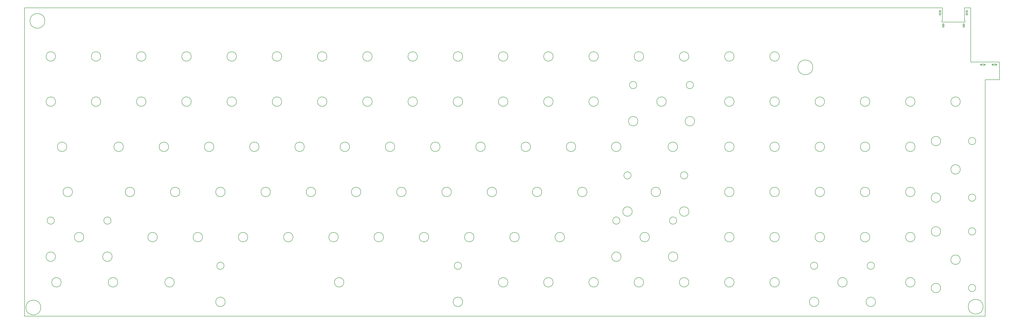
<source format=gm1>
G04*
G04 #@! TF.GenerationSoftware,Altium Limited,Altium Designer,18.1.7 (191)*
G04*
G04 Layer_Color=16711935*
%FSLAX25Y25*%
%MOIN*%
G70*
G01*
G75*
%ADD10C,0.00500*%
G36*
X1595626Y416511D02*
D01*
D02*
G37*
D10*
X1558246Y480592D02*
G03*
X1558246Y480592I-1181J0D01*
G01*
Y484592D02*
G03*
X1558246Y484592I-1181J0D01*
G01*
X1524230D02*
G03*
X1524230Y484592I-1181J0D01*
G01*
Y480592D02*
G03*
X1524230Y480592I-1181J0D01*
G01*
X1563482Y506692D02*
G03*
X1563482Y506692I-1181J0D01*
G01*
Y500792D02*
G03*
X1563482Y500792I-1181J0D01*
G01*
X1518994D02*
G03*
X1518994Y500792I-1181J0D01*
G01*
Y506692D02*
G03*
X1518994Y506692I-1181J0D01*
G01*
X1521750Y490624D02*
G03*
X1521750Y488261I0J-1181D01*
G01*
X1558364D02*
G03*
X1558364Y490624I0J1181D01*
G01*
X1612020Y417617D02*
G03*
X1612020Y417617I-894J0D01*
G01*
X1604726Y418511D02*
G03*
X1604726Y416722I0J-894D01*
G01*
X1591926Y416717D02*
G03*
X1591926Y418505I0J894D01*
G01*
X1585526Y418511D02*
G03*
X1585526Y416722I0J-894D01*
G01*
X1586420Y417617D02*
G03*
X1586420Y417617I-894J0D01*
G01*
X1592820D02*
G03*
X1592820Y417617I-894J0D01*
G01*
X1611126Y416722D02*
G03*
X1611126Y418511I0J894D01*
G01*
X1605620Y417617D02*
G03*
X1605620Y417617I-894J0D01*
G01*
X33603Y490300D02*
G03*
X33603Y490300I-12303J0D01*
G01*
X26903Y14300D02*
G03*
X26903Y14300I-12303J0D01*
G01*
X1589203Y15600D02*
G03*
X1589203Y15600I-12303J0D01*
G01*
X1306803Y413100D02*
G03*
X1306803Y413100I-12303J0D01*
G01*
X1110850Y323700D02*
G03*
X1110850Y323700I-7850J0D01*
G01*
X1109000Y383700D02*
G03*
X1109000Y383700I-6000J0D01*
G01*
X1016850Y323700D02*
G03*
X1016850Y323700I-7850J0D01*
G01*
X1015000Y383700D02*
G03*
X1015000Y383700I-6000J0D01*
G01*
X1063850Y356200D02*
G03*
X1063850Y356200I-7850J0D01*
G01*
X1363850Y56200D02*
G03*
X1363850Y56200I-7850J0D01*
G01*
X1315000Y83700D02*
G03*
X1315000Y83700I-6000J0D01*
G01*
X1316850Y23700D02*
G03*
X1316850Y23700I-7850J0D01*
G01*
X1409000Y83700D02*
G03*
X1409000Y83700I-6000J0D01*
G01*
X1410850Y23700D02*
G03*
X1410850Y23700I-7850J0D01*
G01*
X1083000Y98700D02*
G03*
X1083000Y98700I-7850J0D01*
G01*
X1081150Y158700D02*
G03*
X1081150Y158700I-6000J0D01*
G01*
X989000Y98700D02*
G03*
X989000Y98700I-7850J0D01*
G01*
X987150Y158700D02*
G03*
X987150Y158700I-6000J0D01*
G01*
X1036000Y131200D02*
G03*
X1036000Y131200I-7850J0D01*
G01*
X726326Y23700D02*
G03*
X726326Y23700I-7850J0D01*
G01*
X724475Y83700D02*
G03*
X724475Y83700I-6000J0D01*
G01*
X332625Y23700D02*
G03*
X332625Y23700I-7850J0D01*
G01*
X330775Y83700D02*
G03*
X330775Y83700I-6000J0D01*
G01*
X529475Y56200D02*
G03*
X529475Y56200I-7850J0D01*
G01*
X1518850Y196700D02*
G03*
X1518850Y196700I-7850J0D01*
G01*
X1577000D02*
G03*
X1577000Y196700I-6000J0D01*
G01*
X1518850Y290700D02*
G03*
X1518850Y290700I-7850J0D01*
G01*
X1577000D02*
G03*
X1577000Y290700I-6000J0D01*
G01*
X1551350Y243700D02*
G03*
X1551350Y243700I-7850J0D01*
G01*
X1518850Y46700D02*
G03*
X1518850Y46700I-7850J0D01*
G01*
X1577000D02*
G03*
X1577000Y46700I-6000J0D01*
G01*
X1518850Y140700D02*
G03*
X1518850Y140700I-7850J0D01*
G01*
X1577000D02*
G03*
X1577000Y140700I-6000J0D01*
G01*
X1551350Y93700D02*
G03*
X1551350Y93700I-7850J0D01*
G01*
X1101475Y173700D02*
G03*
X1101475Y173700I-7850J0D01*
G01*
X1007475D02*
G03*
X1007475Y173700I-7850J0D01*
G01*
X1099625Y233700D02*
G03*
X1099625Y233700I-6000J0D01*
G01*
X1005625D02*
G03*
X1005625Y233700I-6000J0D01*
G01*
X1054475Y206200D02*
G03*
X1054475Y206200I-7850J0D01*
G01*
X145264Y98700D02*
G03*
X145264Y98700I-7850J0D01*
G01*
X51264D02*
G03*
X51264Y98700I-7850J0D01*
G01*
X143414Y158700D02*
G03*
X143414Y158700I-6000J0D01*
G01*
X49414D02*
G03*
X49414Y158700I-6000J0D01*
G01*
X98264Y131200D02*
G03*
X98264Y131200I-7850J0D01*
G01*
X79475Y206200D02*
G03*
X79475Y206200I-7850J0D01*
G01*
X70100Y281200D02*
G03*
X70100Y281200I-7850J0D01*
G01*
X1082600D02*
G03*
X1082600Y281200I-7850J0D01*
G01*
X60763Y56200D02*
G03*
X60763Y56200I-7850J0D01*
G01*
X154513D02*
G03*
X154513Y56200I-7850J0D01*
G01*
X248263D02*
G03*
X248263Y56200I-7850J0D01*
G01*
X51350Y431200D02*
G03*
X51350Y431200I-7850J0D01*
G01*
X126350D02*
G03*
X126350Y431200I-7850J0D01*
G01*
X201350D02*
G03*
X201350Y431200I-7850J0D01*
G01*
X276350D02*
G03*
X276350Y431200I-7850J0D01*
G01*
X351350D02*
G03*
X351350Y431200I-7850J0D01*
G01*
X426350D02*
G03*
X426350Y431200I-7850J0D01*
G01*
X501350D02*
G03*
X501350Y431200I-7850J0D01*
G01*
X576350D02*
G03*
X576350Y431200I-7850J0D01*
G01*
X651350D02*
G03*
X651350Y431200I-7850J0D01*
G01*
X726350D02*
G03*
X726350Y431200I-7850J0D01*
G01*
X801350D02*
G03*
X801350Y431200I-7850J0D01*
G01*
X876350D02*
G03*
X876350Y431200I-7850J0D01*
G01*
X951350D02*
G03*
X951350Y431200I-7850J0D01*
G01*
X1026350D02*
G03*
X1026350Y431200I-7850J0D01*
G01*
X1101350D02*
G03*
X1101350Y431200I-7850J0D01*
G01*
X1176350D02*
G03*
X1176350Y431200I-7850J0D01*
G01*
X1251350D02*
G03*
X1251350Y431200I-7850J0D01*
G01*
X51350Y356200D02*
G03*
X51350Y356200I-7850J0D01*
G01*
X126350D02*
G03*
X126350Y356200I-7850J0D01*
G01*
X201350D02*
G03*
X201350Y356200I-7850J0D01*
G01*
X276350D02*
G03*
X276350Y356200I-7850J0D01*
G01*
X351350D02*
G03*
X351350Y356200I-7850J0D01*
G01*
X426350D02*
G03*
X426350Y356200I-7850J0D01*
G01*
X501350D02*
G03*
X501350Y356200I-7850J0D01*
G01*
X576350D02*
G03*
X576350Y356200I-7850J0D01*
G01*
X651350D02*
G03*
X651350Y356200I-7850J0D01*
G01*
X726350D02*
G03*
X726350Y356200I-7850J0D01*
G01*
X801350D02*
G03*
X801350Y356200I-7850J0D01*
G01*
X876350D02*
G03*
X876350Y356200I-7850J0D01*
G01*
X951350D02*
G03*
X951350Y356200I-7850J0D01*
G01*
X1176350D02*
G03*
X1176350Y356200I-7850J0D01*
G01*
X1251350D02*
G03*
X1251350Y356200I-7850J0D01*
G01*
X1326350D02*
G03*
X1326350Y356200I-7850J0D01*
G01*
X1401350D02*
G03*
X1401350Y356200I-7850J0D01*
G01*
X1476350D02*
G03*
X1476350Y356200I-7850J0D01*
G01*
X1551350D02*
G03*
X1551350Y356200I-7850J0D01*
G01*
X163850Y281200D02*
G03*
X163850Y281200I-7850J0D01*
G01*
X238850D02*
G03*
X238850Y281200I-7850J0D01*
G01*
X313850D02*
G03*
X313850Y281200I-7850J0D01*
G01*
X388850D02*
G03*
X388850Y281200I-7850J0D01*
G01*
X463850D02*
G03*
X463850Y281200I-7850J0D01*
G01*
X538850D02*
G03*
X538850Y281200I-7850J0D01*
G01*
X613850D02*
G03*
X613850Y281200I-7850J0D01*
G01*
X688850D02*
G03*
X688850Y281200I-7850J0D01*
G01*
X763850D02*
G03*
X763850Y281200I-7850J0D01*
G01*
X838850D02*
G03*
X838850Y281200I-7850J0D01*
G01*
X913850D02*
G03*
X913850Y281200I-7850J0D01*
G01*
X988850D02*
G03*
X988850Y281200I-7850J0D01*
G01*
X1176350D02*
G03*
X1176350Y281200I-7850J0D01*
G01*
X1251350D02*
G03*
X1251350Y281200I-7850J0D01*
G01*
X1326350D02*
G03*
X1326350Y281200I-7850J0D01*
G01*
X1401350D02*
G03*
X1401350Y281200I-7850J0D01*
G01*
X1476350D02*
G03*
X1476350Y281200I-7850J0D01*
G01*
X182600Y206200D02*
G03*
X182600Y206200I-7850J0D01*
G01*
X257600D02*
G03*
X257600Y206200I-7850J0D01*
G01*
X482600D02*
G03*
X482600Y206200I-7850J0D01*
G01*
X557600D02*
G03*
X557600Y206200I-7850J0D01*
G01*
X632600D02*
G03*
X632600Y206200I-7850J0D01*
G01*
X707600D02*
G03*
X707600Y206200I-7850J0D01*
G01*
X782600D02*
G03*
X782600Y206200I-7850J0D01*
G01*
X857600D02*
G03*
X857600Y206200I-7850J0D01*
G01*
X932600D02*
G03*
X932600Y206200I-7850J0D01*
G01*
X1176350D02*
G03*
X1176350Y206200I-7850J0D01*
G01*
X1251350D02*
G03*
X1251350Y206200I-7850J0D01*
G01*
X1326350D02*
G03*
X1326350Y206200I-7850J0D01*
G01*
X1401350D02*
G03*
X1401350Y206200I-7850J0D01*
G01*
X1476350D02*
G03*
X1476350Y206200I-7850J0D01*
G01*
X332600D02*
G03*
X332600Y206200I-7850J0D01*
G01*
X407600D02*
G03*
X407600Y206200I-7850J0D01*
G01*
X220150Y131200D02*
G03*
X220150Y131200I-7850J0D01*
G01*
X295150D02*
G03*
X295150Y131200I-7850J0D01*
G01*
X370150D02*
G03*
X370150Y131200I-7850J0D01*
G01*
X445150D02*
G03*
X445150Y131200I-7850J0D01*
G01*
X520150D02*
G03*
X520150Y131200I-7850J0D01*
G01*
X595150D02*
G03*
X595150Y131200I-7850J0D01*
G01*
X670150D02*
G03*
X670150Y131200I-7850J0D01*
G01*
X745150D02*
G03*
X745150Y131200I-7850J0D01*
G01*
X820150D02*
G03*
X820150Y131200I-7850J0D01*
G01*
X895150D02*
G03*
X895150Y131200I-7850J0D01*
G01*
X1176350D02*
G03*
X1176350Y131200I-7850J0D01*
G01*
X1251350D02*
G03*
X1251350Y131200I-7850J0D01*
G01*
X1326350D02*
G03*
X1326350Y131200I-7850J0D01*
G01*
X1401350D02*
G03*
X1401350Y131200I-7850J0D01*
G01*
X1476350D02*
G03*
X1476350Y131200I-7850J0D01*
G01*
X801350Y56200D02*
G03*
X801350Y56200I-7850J0D01*
G01*
X951350D02*
G03*
X951350Y56200I-7850J0D01*
G01*
X1026350D02*
G03*
X1026350Y56200I-7850J0D01*
G01*
X1101350D02*
G03*
X1101350Y56200I-7850J0D01*
G01*
X1176350D02*
G03*
X1176350Y56200I-7850J0D01*
G01*
X1251350D02*
G03*
X1251350Y56200I-7850J0D01*
G01*
X1476350D02*
G03*
X1476350Y56200I-7850J0D01*
G01*
X876350D02*
G03*
X876350Y56200I-7850J0D01*
G01*
X1558364Y488261D02*
G03*
X1558364Y490624I0J1181D01*
G01*
X1521750D02*
G03*
X1521750Y488261I0J-1181D01*
G01*
X1558364Y490624D02*
Y492986D01*
X1521750Y490624D02*
Y492986D01*
X1558364D02*
Y511092D01*
X1521750Y492986D02*
Y511092D01*
Y488261D02*
X1558364D01*
X1563482Y500792D02*
Y506692D01*
X1561120Y500792D02*
Y506692D01*
X1516632Y500792D02*
Y506692D01*
X1518994Y500792D02*
Y506692D01*
X1558246Y480592D02*
Y484592D01*
X1555883Y480592D02*
Y484592D01*
X1521868Y480592D02*
Y484592D01*
X1524230Y480592D02*
Y484592D01*
X1585526Y418511D02*
X1591926D01*
X1585526Y416711D02*
X1591926D01*
X1604726D02*
X1611126D01*
X1604726Y418511D02*
X1611126D01*
X1568668Y421800D02*
Y511900D01*
Y421800D02*
X1616422D01*
X-0Y0D02*
X1592800D01*
X1592800Y392700D02*
X1592800Y0D01*
X1592800Y392700D02*
X1616422D01*
Y421800D01*
X1521750Y490624D02*
Y511900D01*
X1558364Y490624D02*
Y511900D01*
X1521750Y488261D02*
X1558364D01*
X1521750Y511092D02*
Y511900D01*
X-0D02*
X1521750D01*
X1558364Y511092D02*
Y511900D01*
X1568668D01*
X-0D02*
X0Y0D01*
M02*

</source>
